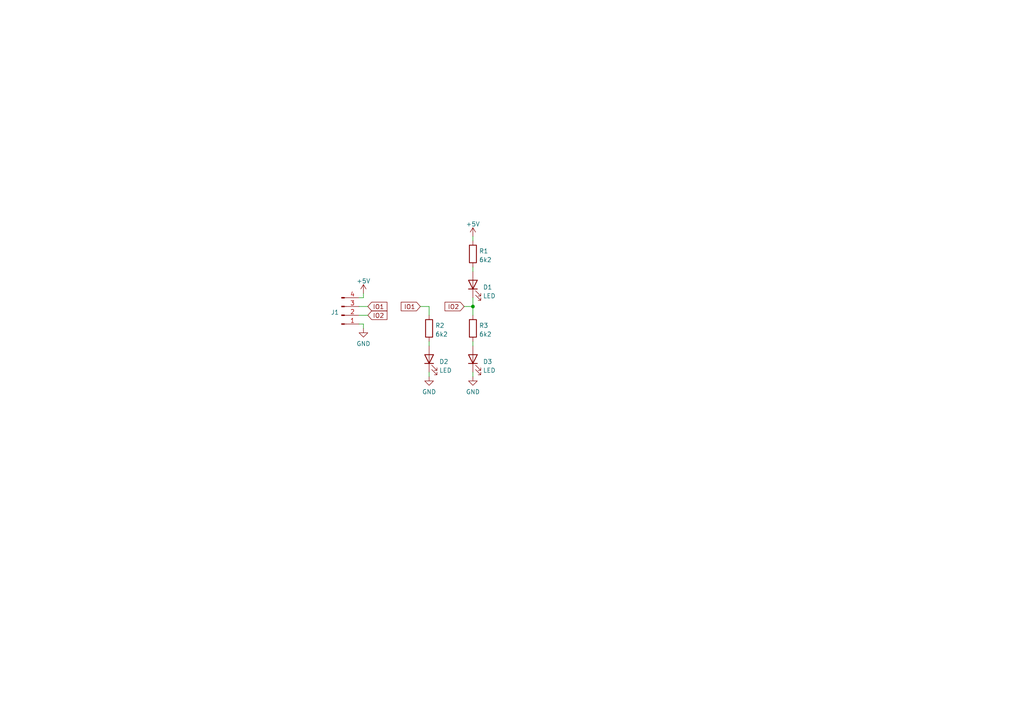
<source format=kicad_sch>
(kicad_sch (version 20211123) (generator eeschema)
  (paper "A4")
  (lib_symbols
    (symbol "Connector:Conn_01x04_Male" (pin_names (offset 1.016) hide)
      (property "Reference" "J" (at 0 5.08 0))
      (property "Value" "Conn_01x04_Male" (at 0 -7.62 0))
      (symbol "Conn_01x04_Male_1_1"
        (polyline (pts (xy 1.27 -5.08) (xy 0.8636 -5.08)) (stroke (width 0.1524)))
        (polyline (pts (xy 1.27 -2.54) (xy 0.8636 -2.54)) (stroke (width 0.1524)))
        (polyline (pts (xy 1.27 0) (xy 0.8636 0)) (stroke (width 0.1524)))
        (polyline (pts (xy 1.27 2.54) (xy 0.8636 2.54)) (stroke (width 0.1524)))
        (rectangle (start 0.8636 -4.953) (end 0 -5.207) (stroke (width 0.1524)) (fill (type outline)))
        (rectangle (start 0.8636 -2.413) (end 0 -2.667) (stroke (width 0.1524)) (fill (type outline)))
        (rectangle (start 0.8636 0.127) (end 0 -0.127) (stroke (width 0.1524)) (fill (type outline)))
        (rectangle (start 0.8636 2.667) (end 0 2.413) (stroke (width 0.1524)) (fill (type outline)))
        (pin passive line (at 5.08 2.54 180) (length 3.81) (name "Pin_1") (number "1"))
        (pin passive line (at 5.08 0 180) (length 3.81) (name "Pin_2") (number "2"))
        (pin passive line (at 5.08 -2.54 180) (length 3.81) (name "Pin_3") (number "3"))
        (pin passive line (at 5.08 -5.08 180) (length 3.81) (name "Pin_4") (number "4"))
      )
    )
    (symbol "Device:LED" (pin_numbers hide) (pin_names (offset 1.016) hide)
      (property "Reference" "D" (at 0 2.54 0))
      (property "Value" "LED" (at 0 -2.54 0))
      (symbol "LED_0_1"
        (polyline (pts (xy -1.27 -1.27) (xy -1.27 1.27)) (stroke (width 0.254)))
        (polyline (pts (xy -1.27 0) (xy 1.27 0)))
        (polyline (pts (xy 1.27 -1.27) (xy 1.27 1.27) (xy -1.27 0) (xy 1.27 -1.27)) (stroke (width 0.254)))
        (polyline (pts (xy -3.048 -0.762) (xy -4.572 -2.286) (xy -3.81 -2.286) (xy -4.572 -2.286) (xy -4.572 -1.524)))
        (polyline (pts (xy -1.778 -0.762) (xy -3.302 -2.286) (xy -2.54 -2.286) (xy -3.302 -2.286) (xy -3.302 -1.524)))
      )
      (symbol "LED_1_1"
        (pin passive line (at -3.81 0 0) (length 2.54) (name "K") (number "1"))
        (pin passive line (at 3.81 0 180) (length 2.54) (name "A") (number "2"))
      )
    )
    (symbol "Device:R" (pin_numbers hide) (pin_names (offset 0))
      (property "Reference" "R" (at 2.032 0 90))
      (property "Value" "R" (at 0 0 90))
      (symbol "R_0_1"
        (rectangle (start -1.016 -2.54) (end 1.016 2.54) (stroke (width 0.254)))
      )
      (symbol "R_1_1"
        (pin passive line (at 0 3.81 270) (length 1.27) (name "~") (number "1"))
        (pin passive line (at 0 -3.81 90) (length 1.27) (name "~") (number "2"))
      )
    )
    (symbol "power:+5V" (power) (pin_names (offset 0))
      (property "Value" "+5V" (at 0 3.556 0))
      (symbol "+5V_0_1"
        (polyline (pts (xy -0.762 1.27) (xy 0 2.54)))
        (polyline (pts (xy 0 0) (xy 0 2.54)))
        (polyline (pts (xy 0 2.54) (xy 0.762 1.27)))
      )
      (symbol "+5V_1_1"
        (pin power_in line (at 0 0 90) (length 0) hide (name "+5V") (number "1"))
      )
    )
    (symbol "power:GND" (power) (pin_names (offset 0))
      (property "Value" "GND" (at 0 -3.81 0))
      (symbol "GND_0_1"
        (polyline (pts (xy 0 0) (xy 0 -1.27) (xy 1.27 -1.27) (xy 0 -2.54) (xy -1.27 -1.27) (xy 0 -1.27)))
      )
      (symbol "GND_1_1"
        (pin power_in line (at 0 0 270) (length 0) hide (name "GND") (number "1"))
      )
    )
  )
  (junction (at 137.16 88.9))
  (wire (pts (xy 105.41 85.09) (xy 105.41 86.36)))
  (wire (pts (xy 104.14 91.44) (xy 106.68 91.44)))
  (wire (pts (xy 124.46 99.06) (xy 124.46 100.33)))
  (wire (pts (xy 137.16 88.9) (xy 137.16 91.44)))
  (wire (pts (xy 105.41 95.25) (xy 105.41 93.98)))
  (wire (pts (xy 137.16 77.47) (xy 137.16 78.74)))
  (wire (pts (xy 134.62 88.9) (xy 137.16 88.9)))
  (wire (pts (xy 137.16 68.58) (xy 137.16 69.85)))
  (wire (pts (xy 124.46 88.9) (xy 121.92 88.9)))
  (wire (pts (xy 124.46 107.95) (xy 124.46 109.22)))
  (wire (pts (xy 137.16 86.36) (xy 137.16 88.9)))
  (wire (pts (xy 104.14 86.36) (xy 105.41 86.36)))
  (wire (pts (xy 104.14 88.9) (xy 106.68 88.9)))
  (wire (pts (xy 124.46 91.44) (xy 124.46 88.9)))
  (wire (pts (xy 137.16 107.95) (xy 137.16 109.22)))
  (wire (pts (xy 105.41 93.98) (xy 104.14 93.98)))
  (wire (pts (xy 137.16 99.06) (xy 137.16 100.33)))
  (global_label "IO2" (shape input) (at 106.68 91.44 0) (property "Intersheet References" "${INTERSHEET_REFS}" (effects hide)))
  (global_label "IO1" (shape input) (at 106.68 88.9 0) (property "Intersheet References" "${INTERSHEET_REFS}" (effects hide)))
  (global_label "IO2" (shape input) (at 134.62 88.9 180) (property "Intersheet References" "${INTERSHEET_REFS}" (effects hide)))
  (global_label "IO1" (shape input) (at 121.92 88.9 180) (property "Intersheet References" "${INTERSHEET_REFS}" (effects hide)))
  (symbol (lib_id "power:GND") (at 137.16 109.22 0) (unit 1)
    (property "Reference" "#PWR05" (effects hide))
    (property "Value" "GND" (at 137.16 113.6634 0))
  )
  (symbol (lib_id "Device:R") (at 137.16 95.25 0) (unit 1)
    (property "Reference" "R3" (at 138.938 94.4153 0) (effects (justify left)))
    (property "Value" "6k2" (at 138.938 96.9522 0) (effects (justify left)))
    (property "Footprint" "Resistor_SMD:R_0603_1608Metric_Pad0.98x0.95mm_HandSolder" (effects hide))
    (property "JLCPCB Part#" "C4260" (effects hide))
  )
  (symbol (lib_id "power:+5V") (at 137.16 68.58 0) (unit 1)
    (property "Reference" "#PWR01" (effects hide))
    (property "Value" "+5V" (at 137.16 65.0042 0))
  )
  (symbol (lib_id "Device:LED") (at 124.46 104.14 90) (unit 1)
    (property "Reference" "D2" (at 127.381 104.8928 90) (effects (justify right)))
    (property "Value" "LED" (at 127.381 107.4297 90) (effects (justify right)))
    (property "Footprint" "LED_SMD:LED_0805_2012Metric_Pad1.15x1.40mm_HandSolder" (effects hide))
    (property "JLCPCB Part#" "C2296" (effects hide))
  )
  (symbol (lib_id "power:GND") (at 124.46 109.22 0) (unit 1)
    (property "Reference" "#PWR04" (effects hide))
    (property "Value" "GND" (at 124.46 113.6634 0))
  )
  (symbol (lib_id "Device:R") (at 137.16 73.66 0) (unit 1)
    (property "Reference" "R1" (at 138.938 72.8253 0) (effects (justify left)))
    (property "Value" "6k2" (at 138.938 75.3622 0) (effects (justify left)))
    (property "Footprint" "Resistor_SMD:R_0603_1608Metric_Pad0.98x0.95mm_HandSolder" (effects hide))
    (property "JLCPCB Part#" "C4260" (effects hide))
  )
  (symbol (lib_id "power:GND") (at 105.41 95.25 0) (unit 1)
    (property "Reference" "#PWR03" (effects hide))
    (property "Value" "GND" (at 105.41 99.6934 0))
  )
  (symbol (lib_id "Device:LED") (at 137.16 82.55 90) (unit 1)
    (property "Reference" "D1" (at 140.081 83.3028 90) (effects (justify right)))
    (property "Value" "LED" (at 140.081 85.8397 90) (effects (justify right)))
    (property "Footprint" "LED_SMD:LED_0805_2012Metric_Pad1.15x1.40mm_HandSolder" (effects hide))
    (property "JLCPCB Part#" "C2296" (effects hide))
  )
  (symbol (lib_id "Device:R") (at 124.46 95.25 0) (unit 1)
    (property "Reference" "R2" (at 126.238 94.4153 0) (effects (justify left)))
    (property "Value" "6k2" (at 126.238 96.9522 0) (effects (justify left)))
    (property "Footprint" "Resistor_SMD:R_0603_1608Metric_Pad0.98x0.95mm_HandSolder" (effects hide))
    (property "JLCPCB Part#" "C4260" (effects hide))
  )
  (symbol (lib_id "Connector:Conn_01x04_Male") (at 99.06 91.44 0) (mirror x) (unit 1)
    (property "Reference" "J1" (at 98.3488 90.6038 0) (effects (justify right)))
    (property "Value" "Conn_01x04_Male" (effects hide))
    (property "Footprint" "Connector_JST:JST_PH_B4B-PH-SM4-TB_1x04-1MP_P2.00mm_Vertical" (effects hide))
  )
  (symbol (lib_id "Device:LED") (at 137.16 104.14 90) (unit 1)
    (property "Reference" "D3" (at 140.081 104.8928 90) (effects (justify right)))
    (property "Value" "LED" (at 140.081 107.4297 90) (effects (justify right)))
    (property "Footprint" "LED_SMD:LED_0805_2012Metric_Pad1.15x1.40mm_HandSolder" (effects hide))
    (property "JLCPCB Part#" "C2296" (effects hide))
  )
  (symbol (lib_id "power:+5V") (at 105.41 85.09 0) (unit 1)
    (property "Reference" "#PWR02" (effects hide))
    (property "Value" "+5V" (at 105.41 81.5142 0))
  )
)
</source>
